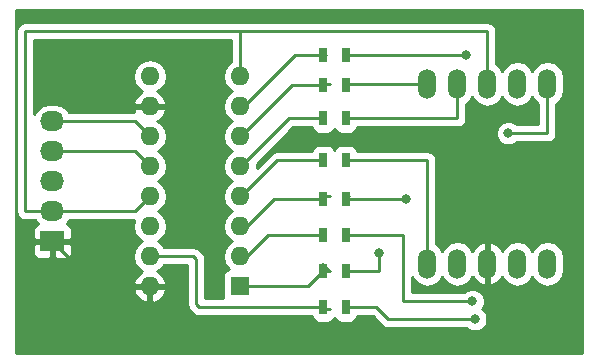
<source format=gtl>
G04 #@! TF.GenerationSoftware,KiCad,Pcbnew,(2017-01-24 revision 0b6147e)-makepkg*
G04 #@! TF.CreationDate,2017-01-27T23:50:26+05:30*
G04 #@! TF.ProjectId,7segment,377365676D656E742E6B696361645F70,0.01*
G04 #@! TF.FileFunction,Copper,L1,Top,Signal*
G04 #@! TF.FilePolarity,Positive*
%FSLAX46Y46*%
G04 Gerber Fmt 4.6, Leading zero omitted, Abs format (unit mm)*
G04 Created by KiCad (PCBNEW (2017-01-24 revision 0b6147e)-makepkg) date 01/27/17 23:50:26*
%MOMM*%
%LPD*%
G01*
G04 APERTURE LIST*
%ADD10C,0.100000*%
%ADD11O,1.524000X2.524000*%
%ADD12O,1.600000X1.600000*%
%ADD13R,1.600000X1.600000*%
%ADD14O,2.032000X1.727200*%
%ADD15R,2.032000X1.727200*%
%ADD16R,0.700000X1.300000*%
%ADD17C,0.800000*%
%ADD18C,0.250000*%
%ADD19C,0.254000*%
G04 APERTURE END LIST*
D10*
D11*
X144780000Y-83185000D03*
X147320000Y-83185000D03*
X149860000Y-83185000D03*
X152400000Y-83185000D03*
X154940000Y-83185000D03*
X154940000Y-98425000D03*
X152400000Y-98425000D03*
X149860000Y-98425000D03*
X147320000Y-98425000D03*
X144780000Y-98425000D03*
D12*
X121285000Y-100330000D03*
X128905000Y-82550000D03*
X121285000Y-97790000D03*
X128905000Y-85090000D03*
X121285000Y-95250000D03*
X128905000Y-87630000D03*
X121285000Y-92710000D03*
X128905000Y-90170000D03*
X121285000Y-90170000D03*
X128905000Y-92710000D03*
X121285000Y-87630000D03*
X128905000Y-95250000D03*
X121285000Y-85090000D03*
X128905000Y-97790000D03*
X121285000Y-82550000D03*
D13*
X128905000Y-100330000D03*
D14*
X113030000Y-86360000D03*
X113030000Y-88900000D03*
X113030000Y-91440000D03*
X113030000Y-93980000D03*
D15*
X113030000Y-96520000D03*
D16*
X137856000Y-80772000D03*
X135956000Y-80772000D03*
X135956000Y-83312000D03*
X137856000Y-83312000D03*
X137856000Y-86106000D03*
X135956000Y-86106000D03*
X135956000Y-89662000D03*
X137856000Y-89662000D03*
X137856000Y-92964000D03*
X135956000Y-92964000D03*
X135956000Y-96012000D03*
X137856000Y-96012000D03*
X137856000Y-99060000D03*
X135956000Y-99060000D03*
X135956000Y-102108000D03*
X137856000Y-102108000D03*
D17*
X123952000Y-99060000D03*
X123952000Y-96520000D03*
X148082000Y-80772000D03*
X143002000Y-92964000D03*
X148590000Y-101600000D03*
X151638000Y-87376000D03*
X140716000Y-97536000D03*
X148844000Y-103124000D03*
D18*
X113030000Y-86360000D02*
X120015000Y-86360000D01*
X120015000Y-86360000D02*
X121285000Y-87630000D01*
X113030000Y-88900000D02*
X120015000Y-88900000D01*
X120015000Y-88900000D02*
X121285000Y-90170000D01*
X113030000Y-91440000D02*
X113665000Y-91440000D01*
X113030000Y-93980000D02*
X120015000Y-93980000D01*
X120015000Y-93980000D02*
X121285000Y-92710000D01*
X129032000Y-78740000D02*
X149860000Y-78740000D01*
X149860000Y-78740000D02*
X149860000Y-83185000D01*
X110744000Y-78740000D02*
X129032000Y-78740000D01*
X128905000Y-78867000D02*
X128905000Y-82550000D01*
X129032000Y-78740000D02*
X128905000Y-78867000D01*
X113030000Y-93980000D02*
X110744000Y-93980000D01*
X110744000Y-93980000D02*
X110744000Y-78740000D01*
X121285000Y-85090000D02*
X123952000Y-85090000D01*
X123952000Y-99060000D02*
X123952000Y-104648000D01*
X123952000Y-85090000D02*
X123952000Y-96520000D01*
X116840000Y-100330000D02*
X116840000Y-104648000D01*
X149860000Y-104648000D02*
X149860000Y-98425000D01*
X116840000Y-104648000D02*
X123952000Y-104648000D01*
X123952000Y-104648000D02*
X149860000Y-104648000D01*
X121285000Y-100330000D02*
X116840000Y-100330000D01*
X116840000Y-100330000D02*
X113030000Y-96520000D01*
X138110000Y-80772000D02*
X148082000Y-80772000D01*
X128905000Y-85090000D02*
X129286000Y-85090000D01*
X129286000Y-85090000D02*
X133604000Y-80772000D01*
X133604000Y-80772000D02*
X136210000Y-80772000D01*
X128905000Y-85090000D02*
X129032000Y-85090000D01*
X128905000Y-87630000D02*
X129032000Y-87630000D01*
X129032000Y-87630000D02*
X133350000Y-83312000D01*
X133350000Y-83312000D02*
X135956000Y-83312000D01*
X128905000Y-87630000D02*
X128905000Y-86995000D01*
X136525000Y-83185000D02*
X136210000Y-83185000D01*
X144780000Y-83185000D02*
X138110000Y-83185000D01*
X147320000Y-83185000D02*
X147320000Y-86106000D01*
X147320000Y-86106000D02*
X137856000Y-86106000D01*
X128905000Y-90170000D02*
X129032000Y-90170000D01*
X129032000Y-90170000D02*
X133096000Y-86106000D01*
X133096000Y-86106000D02*
X135956000Y-86106000D01*
X128905000Y-92710000D02*
X129032000Y-92710000D01*
X129032000Y-92710000D02*
X132080000Y-89662000D01*
X132080000Y-89662000D02*
X135956000Y-89662000D01*
X137856000Y-89662000D02*
X144780000Y-89662000D01*
X144780000Y-89662000D02*
X144780000Y-98425000D01*
X138110000Y-89535000D02*
X137795000Y-89535000D01*
X137856000Y-92964000D02*
X143002000Y-92964000D01*
X137795000Y-92710000D02*
X138110000Y-92710000D01*
X128905000Y-95250000D02*
X129540000Y-95250000D01*
X129540000Y-95250000D02*
X131826000Y-92964000D01*
X131826000Y-92964000D02*
X135956000Y-92964000D01*
X136525000Y-92710000D02*
X136210000Y-92710000D01*
X128905000Y-97790000D02*
X129540000Y-97790000D01*
X129540000Y-97790000D02*
X131318000Y-96012000D01*
X131318000Y-96012000D02*
X135956000Y-96012000D01*
X137856000Y-96012000D02*
X142748000Y-96012000D01*
X142748000Y-101600000D02*
X148590000Y-101600000D01*
X142748000Y-96012000D02*
X142748000Y-101600000D01*
X137795000Y-95885000D02*
X138110000Y-95885000D01*
X140716000Y-99060000D02*
X140716000Y-97536000D01*
X137856000Y-99060000D02*
X140716000Y-99060000D01*
X154940000Y-87376000D02*
X154940000Y-83185000D01*
X151638000Y-87376000D02*
X154940000Y-87376000D01*
X137795000Y-99060000D02*
X138110000Y-99060000D01*
X128905000Y-100330000D02*
X134686000Y-100330000D01*
X134686000Y-100330000D02*
X135956000Y-99060000D01*
X135890000Y-98425000D02*
X136525000Y-99060000D01*
X136525000Y-99060000D02*
X136210000Y-99060000D01*
X121285000Y-97790000D02*
X124968000Y-97790000D01*
X125476000Y-102108000D02*
X135956000Y-102108000D01*
X125222000Y-101854000D02*
X125476000Y-102108000D01*
X125222000Y-98044000D02*
X125222000Y-101854000D01*
X124968000Y-97790000D02*
X125222000Y-98044000D01*
X136525000Y-102235000D02*
X136210000Y-102235000D01*
X137856000Y-102108000D02*
X140462000Y-102108000D01*
X141478000Y-103124000D02*
X148844000Y-103124000D01*
X140462000Y-102108000D02*
X141478000Y-103124000D01*
D19*
G36*
X157861000Y-105970000D02*
X109930000Y-105970000D01*
X109930000Y-100679039D01*
X119893096Y-100679039D01*
X120053959Y-101067423D01*
X120429866Y-101482389D01*
X120935959Y-101721914D01*
X121158000Y-101600629D01*
X121158000Y-100457000D01*
X121412000Y-100457000D01*
X121412000Y-101600629D01*
X121634041Y-101721914D01*
X122140134Y-101482389D01*
X122516041Y-101067423D01*
X122676904Y-100679039D01*
X122554915Y-100457000D01*
X121412000Y-100457000D01*
X121158000Y-100457000D01*
X120015085Y-100457000D01*
X119893096Y-100679039D01*
X109930000Y-100679039D01*
X109930000Y-96805750D01*
X111379000Y-96805750D01*
X111379000Y-97509909D01*
X111475673Y-97743298D01*
X111654301Y-97921927D01*
X111887690Y-98018600D01*
X112744250Y-98018600D01*
X112903000Y-97859850D01*
X112903000Y-96647000D01*
X113157000Y-96647000D01*
X113157000Y-97859850D01*
X113315750Y-98018600D01*
X114172310Y-98018600D01*
X114405699Y-97921927D01*
X114584327Y-97743298D01*
X114681000Y-97509909D01*
X114681000Y-96805750D01*
X114522250Y-96647000D01*
X113157000Y-96647000D01*
X112903000Y-96647000D01*
X111537750Y-96647000D01*
X111379000Y-96805750D01*
X109930000Y-96805750D01*
X109930000Y-78740000D01*
X109984000Y-78740000D01*
X109984000Y-93980000D01*
X110041852Y-94270839D01*
X110206599Y-94517401D01*
X110453161Y-94682148D01*
X110744000Y-94740000D01*
X111585352Y-94740000D01*
X111785585Y-95039670D01*
X111807780Y-95054500D01*
X111654301Y-95118073D01*
X111475673Y-95296702D01*
X111379000Y-95530091D01*
X111379000Y-96234250D01*
X111537750Y-96393000D01*
X112903000Y-96393000D01*
X112903000Y-96373000D01*
X113157000Y-96373000D01*
X113157000Y-96393000D01*
X114522250Y-96393000D01*
X114681000Y-96234250D01*
X114681000Y-95530091D01*
X114584327Y-95296702D01*
X114405699Y-95118073D01*
X114252220Y-95054500D01*
X114274415Y-95039670D01*
X114474648Y-94740000D01*
X119923332Y-94740000D01*
X119821887Y-95250000D01*
X119931120Y-95799151D01*
X120242189Y-96264698D01*
X120624275Y-96520000D01*
X120242189Y-96775302D01*
X119931120Y-97240849D01*
X119821887Y-97790000D01*
X119931120Y-98339151D01*
X120242189Y-98804698D01*
X120646703Y-99074986D01*
X120429866Y-99177611D01*
X120053959Y-99592577D01*
X119893096Y-99980961D01*
X120015085Y-100203000D01*
X121158000Y-100203000D01*
X121158000Y-100183000D01*
X121412000Y-100183000D01*
X121412000Y-100203000D01*
X122554915Y-100203000D01*
X122676904Y-99980961D01*
X122516041Y-99592577D01*
X122140134Y-99177611D01*
X121923297Y-99074986D01*
X122327811Y-98804698D01*
X122497995Y-98550000D01*
X124462000Y-98550000D01*
X124462000Y-101854000D01*
X124519852Y-102144839D01*
X124684599Y-102391401D01*
X124938599Y-102645401D01*
X125185160Y-102810148D01*
X125476000Y-102868000D01*
X134980440Y-102868000D01*
X135007843Y-103005765D01*
X135148191Y-103215809D01*
X135358235Y-103356157D01*
X135606000Y-103405440D01*
X136306000Y-103405440D01*
X136553765Y-103356157D01*
X136763809Y-103215809D01*
X136904157Y-103005765D01*
X136906000Y-102996500D01*
X136907843Y-103005765D01*
X137048191Y-103215809D01*
X137258235Y-103356157D01*
X137506000Y-103405440D01*
X138206000Y-103405440D01*
X138453765Y-103356157D01*
X138663809Y-103215809D01*
X138804157Y-103005765D01*
X138831560Y-102868000D01*
X140147198Y-102868000D01*
X140940599Y-103661401D01*
X141187161Y-103826148D01*
X141478000Y-103884000D01*
X148140239Y-103884000D01*
X148256954Y-104000919D01*
X148637223Y-104158820D01*
X149048971Y-104159179D01*
X149429515Y-104001942D01*
X149720919Y-103711046D01*
X149878820Y-103330777D01*
X149879179Y-102919029D01*
X149721942Y-102538485D01*
X149431046Y-102247081D01*
X149413908Y-102239965D01*
X149466919Y-102187046D01*
X149624820Y-101806777D01*
X149625179Y-101395029D01*
X149467942Y-101014485D01*
X149177046Y-100723081D01*
X148796777Y-100565180D01*
X148385029Y-100564821D01*
X148004485Y-100722058D01*
X147886337Y-100840000D01*
X143508000Y-100840000D01*
X143508000Y-99524700D01*
X143792172Y-99949992D01*
X144245391Y-100252824D01*
X144780000Y-100359164D01*
X145314609Y-100252824D01*
X145767828Y-99949992D01*
X146050000Y-99527693D01*
X146332172Y-99949992D01*
X146785391Y-100252824D01*
X147320000Y-100359164D01*
X147854609Y-100252824D01*
X148307828Y-99949992D01*
X148599298Y-99513778D01*
X148617941Y-99576941D01*
X148961974Y-100002630D01*
X149442723Y-100264260D01*
X149516930Y-100279220D01*
X149733000Y-100156720D01*
X149733000Y-98552000D01*
X149713000Y-98552000D01*
X149713000Y-98298000D01*
X149733000Y-98298000D01*
X149733000Y-96693280D01*
X149987000Y-96693280D01*
X149987000Y-98298000D01*
X150007000Y-98298000D01*
X150007000Y-98552000D01*
X149987000Y-98552000D01*
X149987000Y-100156720D01*
X150203070Y-100279220D01*
X150277277Y-100264260D01*
X150758026Y-100002630D01*
X151102059Y-99576941D01*
X151120702Y-99513778D01*
X151412172Y-99949992D01*
X151865391Y-100252824D01*
X152400000Y-100359164D01*
X152934609Y-100252824D01*
X153387828Y-99949992D01*
X153670000Y-99527693D01*
X153952172Y-99949992D01*
X154405391Y-100252824D01*
X154940000Y-100359164D01*
X155474609Y-100252824D01*
X155927828Y-99949992D01*
X156230660Y-99496773D01*
X156337000Y-98962164D01*
X156337000Y-97887836D01*
X156230660Y-97353227D01*
X155927828Y-96900008D01*
X155474609Y-96597176D01*
X154940000Y-96490836D01*
X154405391Y-96597176D01*
X153952172Y-96900008D01*
X153670000Y-97322307D01*
X153387828Y-96900008D01*
X152934609Y-96597176D01*
X152400000Y-96490836D01*
X151865391Y-96597176D01*
X151412172Y-96900008D01*
X151120702Y-97336222D01*
X151102059Y-97273059D01*
X150758026Y-96847370D01*
X150277277Y-96585740D01*
X150203070Y-96570780D01*
X149987000Y-96693280D01*
X149733000Y-96693280D01*
X149516930Y-96570780D01*
X149442723Y-96585740D01*
X148961974Y-96847370D01*
X148617941Y-97273059D01*
X148599298Y-97336222D01*
X148307828Y-96900008D01*
X147854609Y-96597176D01*
X147320000Y-96490836D01*
X146785391Y-96597176D01*
X146332172Y-96900008D01*
X146050000Y-97322307D01*
X145767828Y-96900008D01*
X145540000Y-96747778D01*
X145540000Y-89662000D01*
X145482148Y-89371161D01*
X145317401Y-89124599D01*
X145070839Y-88959852D01*
X144780000Y-88902000D01*
X138831560Y-88902000D01*
X138804157Y-88764235D01*
X138663809Y-88554191D01*
X138453765Y-88413843D01*
X138206000Y-88364560D01*
X137506000Y-88364560D01*
X137258235Y-88413843D01*
X137048191Y-88554191D01*
X136907843Y-88764235D01*
X136906000Y-88773500D01*
X136904157Y-88764235D01*
X136763809Y-88554191D01*
X136553765Y-88413843D01*
X136306000Y-88364560D01*
X135606000Y-88364560D01*
X135358235Y-88413843D01*
X135148191Y-88554191D01*
X135007843Y-88764235D01*
X134980440Y-88902000D01*
X132080000Y-88902000D01*
X131789161Y-88959852D01*
X131542599Y-89124599D01*
X130336061Y-90331137D01*
X130368113Y-90170000D01*
X130324759Y-89952043D01*
X133410802Y-86866000D01*
X134980440Y-86866000D01*
X135007843Y-87003765D01*
X135148191Y-87213809D01*
X135358235Y-87354157D01*
X135606000Y-87403440D01*
X136306000Y-87403440D01*
X136553765Y-87354157D01*
X136763809Y-87213809D01*
X136904157Y-87003765D01*
X136906000Y-86994500D01*
X136907843Y-87003765D01*
X137048191Y-87213809D01*
X137258235Y-87354157D01*
X137506000Y-87403440D01*
X138206000Y-87403440D01*
X138453765Y-87354157D01*
X138663809Y-87213809D01*
X138804157Y-87003765D01*
X138831560Y-86866000D01*
X147320000Y-86866000D01*
X147610839Y-86808148D01*
X147857401Y-86643401D01*
X148022148Y-86396839D01*
X148080000Y-86106000D01*
X148080000Y-84862222D01*
X148307828Y-84709992D01*
X148590000Y-84287693D01*
X148872172Y-84709992D01*
X149325391Y-85012824D01*
X149860000Y-85119164D01*
X150394609Y-85012824D01*
X150847828Y-84709992D01*
X151130000Y-84287693D01*
X151412172Y-84709992D01*
X151865391Y-85012824D01*
X152400000Y-85119164D01*
X152934609Y-85012824D01*
X153387828Y-84709992D01*
X153670000Y-84287693D01*
X153952172Y-84709992D01*
X154180000Y-84862222D01*
X154180000Y-86616000D01*
X152341761Y-86616000D01*
X152225046Y-86499081D01*
X151844777Y-86341180D01*
X151433029Y-86340821D01*
X151052485Y-86498058D01*
X150761081Y-86788954D01*
X150603180Y-87169223D01*
X150602821Y-87580971D01*
X150760058Y-87961515D01*
X151050954Y-88252919D01*
X151431223Y-88410820D01*
X151842971Y-88411179D01*
X152223515Y-88253942D01*
X152341663Y-88136000D01*
X154940000Y-88136000D01*
X155230839Y-88078148D01*
X155477401Y-87913401D01*
X155642148Y-87666839D01*
X155700000Y-87376000D01*
X155700000Y-84862222D01*
X155927828Y-84709992D01*
X156230660Y-84256773D01*
X156337000Y-83722164D01*
X156337000Y-82647836D01*
X156230660Y-82113227D01*
X155927828Y-81660008D01*
X155474609Y-81357176D01*
X154940000Y-81250836D01*
X154405391Y-81357176D01*
X153952172Y-81660008D01*
X153670000Y-82082307D01*
X153387828Y-81660008D01*
X152934609Y-81357176D01*
X152400000Y-81250836D01*
X151865391Y-81357176D01*
X151412172Y-81660008D01*
X151130000Y-82082307D01*
X150847828Y-81660008D01*
X150620000Y-81507778D01*
X150620000Y-78740000D01*
X150562148Y-78449161D01*
X150397401Y-78202599D01*
X150150839Y-78037852D01*
X149860000Y-77980000D01*
X110744000Y-77980000D01*
X110453161Y-78037852D01*
X110206599Y-78202599D01*
X110041852Y-78449161D01*
X109984000Y-78740000D01*
X109930000Y-78740000D01*
X109930000Y-76910000D01*
X157861000Y-76910000D01*
X157861000Y-105970000D01*
X157861000Y-105970000D01*
G37*
X157861000Y-105970000D02*
X109930000Y-105970000D01*
X109930000Y-100679039D01*
X119893096Y-100679039D01*
X120053959Y-101067423D01*
X120429866Y-101482389D01*
X120935959Y-101721914D01*
X121158000Y-101600629D01*
X121158000Y-100457000D01*
X121412000Y-100457000D01*
X121412000Y-101600629D01*
X121634041Y-101721914D01*
X122140134Y-101482389D01*
X122516041Y-101067423D01*
X122676904Y-100679039D01*
X122554915Y-100457000D01*
X121412000Y-100457000D01*
X121158000Y-100457000D01*
X120015085Y-100457000D01*
X119893096Y-100679039D01*
X109930000Y-100679039D01*
X109930000Y-96805750D01*
X111379000Y-96805750D01*
X111379000Y-97509909D01*
X111475673Y-97743298D01*
X111654301Y-97921927D01*
X111887690Y-98018600D01*
X112744250Y-98018600D01*
X112903000Y-97859850D01*
X112903000Y-96647000D01*
X113157000Y-96647000D01*
X113157000Y-97859850D01*
X113315750Y-98018600D01*
X114172310Y-98018600D01*
X114405699Y-97921927D01*
X114584327Y-97743298D01*
X114681000Y-97509909D01*
X114681000Y-96805750D01*
X114522250Y-96647000D01*
X113157000Y-96647000D01*
X112903000Y-96647000D01*
X111537750Y-96647000D01*
X111379000Y-96805750D01*
X109930000Y-96805750D01*
X109930000Y-78740000D01*
X109984000Y-78740000D01*
X109984000Y-93980000D01*
X110041852Y-94270839D01*
X110206599Y-94517401D01*
X110453161Y-94682148D01*
X110744000Y-94740000D01*
X111585352Y-94740000D01*
X111785585Y-95039670D01*
X111807780Y-95054500D01*
X111654301Y-95118073D01*
X111475673Y-95296702D01*
X111379000Y-95530091D01*
X111379000Y-96234250D01*
X111537750Y-96393000D01*
X112903000Y-96393000D01*
X112903000Y-96373000D01*
X113157000Y-96373000D01*
X113157000Y-96393000D01*
X114522250Y-96393000D01*
X114681000Y-96234250D01*
X114681000Y-95530091D01*
X114584327Y-95296702D01*
X114405699Y-95118073D01*
X114252220Y-95054500D01*
X114274415Y-95039670D01*
X114474648Y-94740000D01*
X119923332Y-94740000D01*
X119821887Y-95250000D01*
X119931120Y-95799151D01*
X120242189Y-96264698D01*
X120624275Y-96520000D01*
X120242189Y-96775302D01*
X119931120Y-97240849D01*
X119821887Y-97790000D01*
X119931120Y-98339151D01*
X120242189Y-98804698D01*
X120646703Y-99074986D01*
X120429866Y-99177611D01*
X120053959Y-99592577D01*
X119893096Y-99980961D01*
X120015085Y-100203000D01*
X121158000Y-100203000D01*
X121158000Y-100183000D01*
X121412000Y-100183000D01*
X121412000Y-100203000D01*
X122554915Y-100203000D01*
X122676904Y-99980961D01*
X122516041Y-99592577D01*
X122140134Y-99177611D01*
X121923297Y-99074986D01*
X122327811Y-98804698D01*
X122497995Y-98550000D01*
X124462000Y-98550000D01*
X124462000Y-101854000D01*
X124519852Y-102144839D01*
X124684599Y-102391401D01*
X124938599Y-102645401D01*
X125185160Y-102810148D01*
X125476000Y-102868000D01*
X134980440Y-102868000D01*
X135007843Y-103005765D01*
X135148191Y-103215809D01*
X135358235Y-103356157D01*
X135606000Y-103405440D01*
X136306000Y-103405440D01*
X136553765Y-103356157D01*
X136763809Y-103215809D01*
X136904157Y-103005765D01*
X136906000Y-102996500D01*
X136907843Y-103005765D01*
X137048191Y-103215809D01*
X137258235Y-103356157D01*
X137506000Y-103405440D01*
X138206000Y-103405440D01*
X138453765Y-103356157D01*
X138663809Y-103215809D01*
X138804157Y-103005765D01*
X138831560Y-102868000D01*
X140147198Y-102868000D01*
X140940599Y-103661401D01*
X141187161Y-103826148D01*
X141478000Y-103884000D01*
X148140239Y-103884000D01*
X148256954Y-104000919D01*
X148637223Y-104158820D01*
X149048971Y-104159179D01*
X149429515Y-104001942D01*
X149720919Y-103711046D01*
X149878820Y-103330777D01*
X149879179Y-102919029D01*
X149721942Y-102538485D01*
X149431046Y-102247081D01*
X149413908Y-102239965D01*
X149466919Y-102187046D01*
X149624820Y-101806777D01*
X149625179Y-101395029D01*
X149467942Y-101014485D01*
X149177046Y-100723081D01*
X148796777Y-100565180D01*
X148385029Y-100564821D01*
X148004485Y-100722058D01*
X147886337Y-100840000D01*
X143508000Y-100840000D01*
X143508000Y-99524700D01*
X143792172Y-99949992D01*
X144245391Y-100252824D01*
X144780000Y-100359164D01*
X145314609Y-100252824D01*
X145767828Y-99949992D01*
X146050000Y-99527693D01*
X146332172Y-99949992D01*
X146785391Y-100252824D01*
X147320000Y-100359164D01*
X147854609Y-100252824D01*
X148307828Y-99949992D01*
X148599298Y-99513778D01*
X148617941Y-99576941D01*
X148961974Y-100002630D01*
X149442723Y-100264260D01*
X149516930Y-100279220D01*
X149733000Y-100156720D01*
X149733000Y-98552000D01*
X149713000Y-98552000D01*
X149713000Y-98298000D01*
X149733000Y-98298000D01*
X149733000Y-96693280D01*
X149987000Y-96693280D01*
X149987000Y-98298000D01*
X150007000Y-98298000D01*
X150007000Y-98552000D01*
X149987000Y-98552000D01*
X149987000Y-100156720D01*
X150203070Y-100279220D01*
X150277277Y-100264260D01*
X150758026Y-100002630D01*
X151102059Y-99576941D01*
X151120702Y-99513778D01*
X151412172Y-99949992D01*
X151865391Y-100252824D01*
X152400000Y-100359164D01*
X152934609Y-100252824D01*
X153387828Y-99949992D01*
X153670000Y-99527693D01*
X153952172Y-99949992D01*
X154405391Y-100252824D01*
X154940000Y-100359164D01*
X155474609Y-100252824D01*
X155927828Y-99949992D01*
X156230660Y-99496773D01*
X156337000Y-98962164D01*
X156337000Y-97887836D01*
X156230660Y-97353227D01*
X155927828Y-96900008D01*
X155474609Y-96597176D01*
X154940000Y-96490836D01*
X154405391Y-96597176D01*
X153952172Y-96900008D01*
X153670000Y-97322307D01*
X153387828Y-96900008D01*
X152934609Y-96597176D01*
X152400000Y-96490836D01*
X151865391Y-96597176D01*
X151412172Y-96900008D01*
X151120702Y-97336222D01*
X151102059Y-97273059D01*
X150758026Y-96847370D01*
X150277277Y-96585740D01*
X150203070Y-96570780D01*
X149987000Y-96693280D01*
X149733000Y-96693280D01*
X149516930Y-96570780D01*
X149442723Y-96585740D01*
X148961974Y-96847370D01*
X148617941Y-97273059D01*
X148599298Y-97336222D01*
X148307828Y-96900008D01*
X147854609Y-96597176D01*
X147320000Y-96490836D01*
X146785391Y-96597176D01*
X146332172Y-96900008D01*
X146050000Y-97322307D01*
X145767828Y-96900008D01*
X145540000Y-96747778D01*
X145540000Y-89662000D01*
X145482148Y-89371161D01*
X145317401Y-89124599D01*
X145070839Y-88959852D01*
X144780000Y-88902000D01*
X138831560Y-88902000D01*
X138804157Y-88764235D01*
X138663809Y-88554191D01*
X138453765Y-88413843D01*
X138206000Y-88364560D01*
X137506000Y-88364560D01*
X137258235Y-88413843D01*
X137048191Y-88554191D01*
X136907843Y-88764235D01*
X136906000Y-88773500D01*
X136904157Y-88764235D01*
X136763809Y-88554191D01*
X136553765Y-88413843D01*
X136306000Y-88364560D01*
X135606000Y-88364560D01*
X135358235Y-88413843D01*
X135148191Y-88554191D01*
X135007843Y-88764235D01*
X134980440Y-88902000D01*
X132080000Y-88902000D01*
X131789161Y-88959852D01*
X131542599Y-89124599D01*
X130336061Y-90331137D01*
X130368113Y-90170000D01*
X130324759Y-89952043D01*
X133410802Y-86866000D01*
X134980440Y-86866000D01*
X135007843Y-87003765D01*
X135148191Y-87213809D01*
X135358235Y-87354157D01*
X135606000Y-87403440D01*
X136306000Y-87403440D01*
X136553765Y-87354157D01*
X136763809Y-87213809D01*
X136904157Y-87003765D01*
X136906000Y-86994500D01*
X136907843Y-87003765D01*
X137048191Y-87213809D01*
X137258235Y-87354157D01*
X137506000Y-87403440D01*
X138206000Y-87403440D01*
X138453765Y-87354157D01*
X138663809Y-87213809D01*
X138804157Y-87003765D01*
X138831560Y-86866000D01*
X147320000Y-86866000D01*
X147610839Y-86808148D01*
X147857401Y-86643401D01*
X148022148Y-86396839D01*
X148080000Y-86106000D01*
X148080000Y-84862222D01*
X148307828Y-84709992D01*
X148590000Y-84287693D01*
X148872172Y-84709992D01*
X149325391Y-85012824D01*
X149860000Y-85119164D01*
X150394609Y-85012824D01*
X150847828Y-84709992D01*
X151130000Y-84287693D01*
X151412172Y-84709992D01*
X151865391Y-85012824D01*
X152400000Y-85119164D01*
X152934609Y-85012824D01*
X153387828Y-84709992D01*
X153670000Y-84287693D01*
X153952172Y-84709992D01*
X154180000Y-84862222D01*
X154180000Y-86616000D01*
X152341761Y-86616000D01*
X152225046Y-86499081D01*
X151844777Y-86341180D01*
X151433029Y-86340821D01*
X151052485Y-86498058D01*
X150761081Y-86788954D01*
X150603180Y-87169223D01*
X150602821Y-87580971D01*
X150760058Y-87961515D01*
X151050954Y-88252919D01*
X151431223Y-88410820D01*
X151842971Y-88411179D01*
X152223515Y-88253942D01*
X152341663Y-88136000D01*
X154940000Y-88136000D01*
X155230839Y-88078148D01*
X155477401Y-87913401D01*
X155642148Y-87666839D01*
X155700000Y-87376000D01*
X155700000Y-84862222D01*
X155927828Y-84709992D01*
X156230660Y-84256773D01*
X156337000Y-83722164D01*
X156337000Y-82647836D01*
X156230660Y-82113227D01*
X155927828Y-81660008D01*
X155474609Y-81357176D01*
X154940000Y-81250836D01*
X154405391Y-81357176D01*
X153952172Y-81660008D01*
X153670000Y-82082307D01*
X153387828Y-81660008D01*
X152934609Y-81357176D01*
X152400000Y-81250836D01*
X151865391Y-81357176D01*
X151412172Y-81660008D01*
X151130000Y-82082307D01*
X150847828Y-81660008D01*
X150620000Y-81507778D01*
X150620000Y-78740000D01*
X150562148Y-78449161D01*
X150397401Y-78202599D01*
X150150839Y-78037852D01*
X149860000Y-77980000D01*
X110744000Y-77980000D01*
X110453161Y-78037852D01*
X110206599Y-78202599D01*
X110041852Y-78449161D01*
X109984000Y-78740000D01*
X109930000Y-78740000D01*
X109930000Y-76910000D01*
X157861000Y-76910000D01*
X157861000Y-105970000D01*
G36*
X128145000Y-81346333D02*
X127862189Y-81535302D01*
X127551120Y-82000849D01*
X127441887Y-82550000D01*
X127551120Y-83099151D01*
X127862189Y-83564698D01*
X128244275Y-83820000D01*
X127862189Y-84075302D01*
X127551120Y-84540849D01*
X127441887Y-85090000D01*
X127551120Y-85639151D01*
X127862189Y-86104698D01*
X128244275Y-86360000D01*
X127862189Y-86615302D01*
X127551120Y-87080849D01*
X127441887Y-87630000D01*
X127551120Y-88179151D01*
X127862189Y-88644698D01*
X128244275Y-88900000D01*
X127862189Y-89155302D01*
X127551120Y-89620849D01*
X127441887Y-90170000D01*
X127551120Y-90719151D01*
X127862189Y-91184698D01*
X128244275Y-91440000D01*
X127862189Y-91695302D01*
X127551120Y-92160849D01*
X127441887Y-92710000D01*
X127551120Y-93259151D01*
X127862189Y-93724698D01*
X128244275Y-93980000D01*
X127862189Y-94235302D01*
X127551120Y-94700849D01*
X127441887Y-95250000D01*
X127551120Y-95799151D01*
X127862189Y-96264698D01*
X128244275Y-96520000D01*
X127862189Y-96775302D01*
X127551120Y-97240849D01*
X127441887Y-97790000D01*
X127551120Y-98339151D01*
X127862189Y-98804698D01*
X128007687Y-98901917D01*
X127857235Y-98931843D01*
X127647191Y-99072191D01*
X127506843Y-99282235D01*
X127457560Y-99530000D01*
X127457560Y-101130000D01*
X127500922Y-101348000D01*
X125982000Y-101348000D01*
X125982000Y-98044000D01*
X125924148Y-97753161D01*
X125924148Y-97753160D01*
X125759401Y-97506599D01*
X125505401Y-97252599D01*
X125258839Y-97087852D01*
X124968000Y-97030000D01*
X122497995Y-97030000D01*
X122327811Y-96775302D01*
X121945725Y-96520000D01*
X122327811Y-96264698D01*
X122638880Y-95799151D01*
X122748113Y-95250000D01*
X122638880Y-94700849D01*
X122327811Y-94235302D01*
X121945725Y-93980000D01*
X122327811Y-93724698D01*
X122638880Y-93259151D01*
X122748113Y-92710000D01*
X122638880Y-92160849D01*
X122327811Y-91695302D01*
X121945725Y-91440000D01*
X122327811Y-91184698D01*
X122638880Y-90719151D01*
X122748113Y-90170000D01*
X122638880Y-89620849D01*
X122327811Y-89155302D01*
X121945725Y-88900000D01*
X122327811Y-88644698D01*
X122638880Y-88179151D01*
X122748113Y-87630000D01*
X122638880Y-87080849D01*
X122327811Y-86615302D01*
X121923297Y-86345014D01*
X122140134Y-86242389D01*
X122516041Y-85827423D01*
X122676904Y-85439039D01*
X122554915Y-85217000D01*
X121412000Y-85217000D01*
X121412000Y-85237000D01*
X121158000Y-85237000D01*
X121158000Y-85217000D01*
X120015085Y-85217000D01*
X119893096Y-85439039D01*
X119959764Y-85600000D01*
X114474648Y-85600000D01*
X114274415Y-85300330D01*
X113788234Y-84975474D01*
X113214745Y-84861400D01*
X112845255Y-84861400D01*
X112271766Y-84975474D01*
X111785585Y-85300330D01*
X111504000Y-85721751D01*
X111504000Y-82550000D01*
X119821887Y-82550000D01*
X119931120Y-83099151D01*
X120242189Y-83564698D01*
X120646703Y-83834986D01*
X120429866Y-83937611D01*
X120053959Y-84352577D01*
X119893096Y-84740961D01*
X120015085Y-84963000D01*
X121158000Y-84963000D01*
X121158000Y-84943000D01*
X121412000Y-84943000D01*
X121412000Y-84963000D01*
X122554915Y-84963000D01*
X122676904Y-84740961D01*
X122516041Y-84352577D01*
X122140134Y-83937611D01*
X121923297Y-83834986D01*
X122327811Y-83564698D01*
X122638880Y-83099151D01*
X122748113Y-82550000D01*
X122638880Y-82000849D01*
X122327811Y-81535302D01*
X121862264Y-81224233D01*
X121313113Y-81115000D01*
X121256887Y-81115000D01*
X120707736Y-81224233D01*
X120242189Y-81535302D01*
X119931120Y-82000849D01*
X119821887Y-82550000D01*
X111504000Y-82550000D01*
X111504000Y-79500000D01*
X128145000Y-79500000D01*
X128145000Y-81346333D01*
X128145000Y-81346333D01*
G37*
X128145000Y-81346333D02*
X127862189Y-81535302D01*
X127551120Y-82000849D01*
X127441887Y-82550000D01*
X127551120Y-83099151D01*
X127862189Y-83564698D01*
X128244275Y-83820000D01*
X127862189Y-84075302D01*
X127551120Y-84540849D01*
X127441887Y-85090000D01*
X127551120Y-85639151D01*
X127862189Y-86104698D01*
X128244275Y-86360000D01*
X127862189Y-86615302D01*
X127551120Y-87080849D01*
X127441887Y-87630000D01*
X127551120Y-88179151D01*
X127862189Y-88644698D01*
X128244275Y-88900000D01*
X127862189Y-89155302D01*
X127551120Y-89620849D01*
X127441887Y-90170000D01*
X127551120Y-90719151D01*
X127862189Y-91184698D01*
X128244275Y-91440000D01*
X127862189Y-91695302D01*
X127551120Y-92160849D01*
X127441887Y-92710000D01*
X127551120Y-93259151D01*
X127862189Y-93724698D01*
X128244275Y-93980000D01*
X127862189Y-94235302D01*
X127551120Y-94700849D01*
X127441887Y-95250000D01*
X127551120Y-95799151D01*
X127862189Y-96264698D01*
X128244275Y-96520000D01*
X127862189Y-96775302D01*
X127551120Y-97240849D01*
X127441887Y-97790000D01*
X127551120Y-98339151D01*
X127862189Y-98804698D01*
X128007687Y-98901917D01*
X127857235Y-98931843D01*
X127647191Y-99072191D01*
X127506843Y-99282235D01*
X127457560Y-99530000D01*
X127457560Y-101130000D01*
X127500922Y-101348000D01*
X125982000Y-101348000D01*
X125982000Y-98044000D01*
X125924148Y-97753161D01*
X125924148Y-97753160D01*
X125759401Y-97506599D01*
X125505401Y-97252599D01*
X125258839Y-97087852D01*
X124968000Y-97030000D01*
X122497995Y-97030000D01*
X122327811Y-96775302D01*
X121945725Y-96520000D01*
X122327811Y-96264698D01*
X122638880Y-95799151D01*
X122748113Y-95250000D01*
X122638880Y-94700849D01*
X122327811Y-94235302D01*
X121945725Y-93980000D01*
X122327811Y-93724698D01*
X122638880Y-93259151D01*
X122748113Y-92710000D01*
X122638880Y-92160849D01*
X122327811Y-91695302D01*
X121945725Y-91440000D01*
X122327811Y-91184698D01*
X122638880Y-90719151D01*
X122748113Y-90170000D01*
X122638880Y-89620849D01*
X122327811Y-89155302D01*
X121945725Y-88900000D01*
X122327811Y-88644698D01*
X122638880Y-88179151D01*
X122748113Y-87630000D01*
X122638880Y-87080849D01*
X122327811Y-86615302D01*
X121923297Y-86345014D01*
X122140134Y-86242389D01*
X122516041Y-85827423D01*
X122676904Y-85439039D01*
X122554915Y-85217000D01*
X121412000Y-85217000D01*
X121412000Y-85237000D01*
X121158000Y-85237000D01*
X121158000Y-85217000D01*
X120015085Y-85217000D01*
X119893096Y-85439039D01*
X119959764Y-85600000D01*
X114474648Y-85600000D01*
X114274415Y-85300330D01*
X113788234Y-84975474D01*
X113214745Y-84861400D01*
X112845255Y-84861400D01*
X112271766Y-84975474D01*
X111785585Y-85300330D01*
X111504000Y-85721751D01*
X111504000Y-82550000D01*
X119821887Y-82550000D01*
X119931120Y-83099151D01*
X120242189Y-83564698D01*
X120646703Y-83834986D01*
X120429866Y-83937611D01*
X120053959Y-84352577D01*
X119893096Y-84740961D01*
X120015085Y-84963000D01*
X121158000Y-84963000D01*
X121158000Y-84943000D01*
X121412000Y-84943000D01*
X121412000Y-84963000D01*
X122554915Y-84963000D01*
X122676904Y-84740961D01*
X122516041Y-84352577D01*
X122140134Y-83937611D01*
X121923297Y-83834986D01*
X122327811Y-83564698D01*
X122638880Y-83099151D01*
X122748113Y-82550000D01*
X122638880Y-82000849D01*
X122327811Y-81535302D01*
X121862264Y-81224233D01*
X121313113Y-81115000D01*
X121256887Y-81115000D01*
X120707736Y-81224233D01*
X120242189Y-81535302D01*
X119931120Y-82000849D01*
X119821887Y-82550000D01*
X111504000Y-82550000D01*
X111504000Y-79500000D01*
X128145000Y-79500000D01*
X128145000Y-81346333D01*
M02*

</source>
